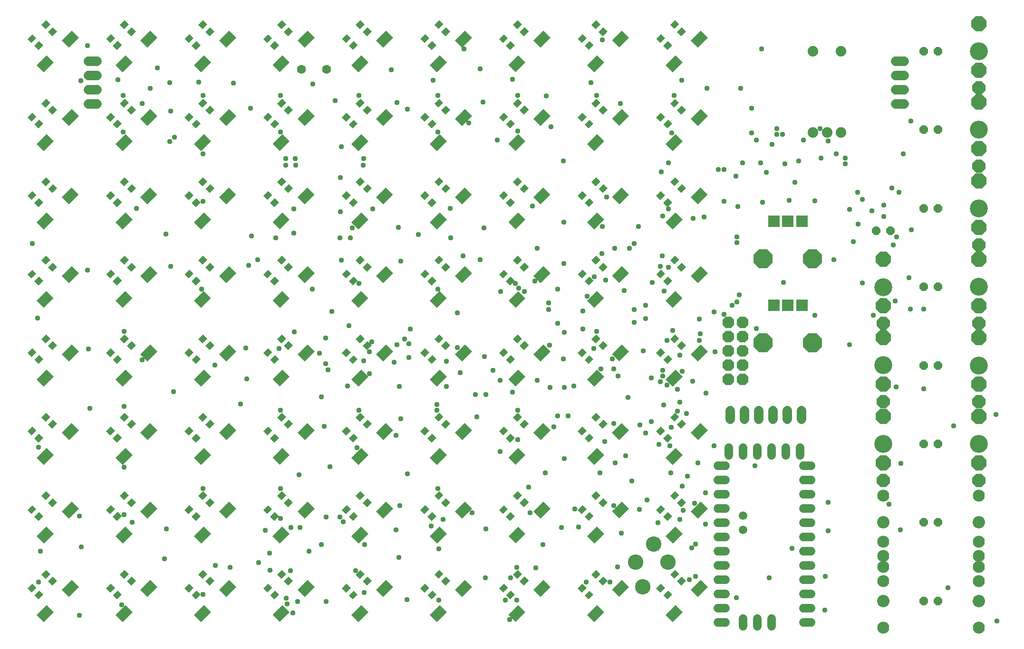
<source format=gbr>
G04 EAGLE Gerber X2 export*
%TF.Part,Single*%
%TF.FileFunction,Soldermask,Top,1*%
%TF.FilePolarity,Negative*%
%TF.GenerationSoftware,Autodesk,EAGLE,9.1.3*%
%TF.CreationDate,2018-08-22T06:47:52Z*%
G75*
%MOMM*%
%FSLAX34Y34*%
%LPD*%
%AMOC8*
5,1,8,0,0,1.08239X$1,22.5*%
G01*
%ADD10C,1.727200*%
%ADD11R,1.053200X1.203200*%
%ADD12R,2.503200X1.803200*%
%ADD13C,1.511200*%
%ADD14C,1.511200*%
%ADD15C,1.603200*%
%ADD16P,2.254402X8X112.500000*%
%ADD17R,2.082800X2.082800*%
%ADD18P,3.700908X8X292.500000*%
%ADD19C,2.133600*%
%ADD20C,2.203200*%
%ADD21P,2.969212X8X22.500000*%
%ADD22P,2.584314X8X22.500000*%
%ADD23C,3.203200*%
%ADD24P,1.649562X8X22.500000*%
%ADD25C,1.879600*%
%ADD26C,0.959600*%
%ADD27C,2.743200*%


D10*
X1387600Y388180D02*
X1387600Y403420D01*
X1362200Y403420D02*
X1362200Y388180D01*
X1336800Y388180D02*
X1336800Y403420D01*
X1311400Y403420D02*
X1311400Y388180D01*
X1286000Y388180D02*
X1286000Y403420D01*
X1260600Y403420D02*
X1260600Y388180D01*
D11*
G36*
X17038Y1074920D02*
X24485Y1067473D01*
X15978Y1058966D01*
X8531Y1066413D01*
X17038Y1074920D01*
G37*
G36*
X41787Y1099669D02*
X49234Y1092222D01*
X40727Y1083715D01*
X33280Y1091162D01*
X41787Y1099669D01*
G37*
G36*
X29413Y1062545D02*
X36860Y1055098D01*
X28353Y1046591D01*
X20906Y1054038D01*
X29413Y1062545D01*
G37*
G36*
X54162Y1087294D02*
X61609Y1079847D01*
X53102Y1071340D01*
X45655Y1078787D01*
X54162Y1087294D01*
G37*
G36*
X193102Y931340D02*
X185655Y938787D01*
X194162Y947294D01*
X201609Y939847D01*
X193102Y931340D01*
G37*
G36*
X168353Y906591D02*
X160906Y914038D01*
X169413Y922545D01*
X176860Y915098D01*
X168353Y906591D01*
G37*
G36*
X180727Y943715D02*
X173280Y951162D01*
X181787Y959669D01*
X189234Y952222D01*
X180727Y943715D01*
G37*
G36*
X155978Y918966D02*
X148531Y926413D01*
X157038Y934920D01*
X164485Y927473D01*
X155978Y918966D01*
G37*
G36*
X333102Y931340D02*
X325655Y938787D01*
X334162Y947294D01*
X341609Y939847D01*
X333102Y931340D01*
G37*
G36*
X308353Y906591D02*
X300906Y914038D01*
X309413Y922545D01*
X316860Y915098D01*
X308353Y906591D01*
G37*
G36*
X320727Y943715D02*
X313280Y951162D01*
X321787Y959669D01*
X329234Y952222D01*
X320727Y943715D01*
G37*
G36*
X295978Y918966D02*
X288531Y926413D01*
X297038Y934920D01*
X304485Y927473D01*
X295978Y918966D01*
G37*
G36*
X473102Y931340D02*
X465655Y938787D01*
X474162Y947294D01*
X481609Y939847D01*
X473102Y931340D01*
G37*
G36*
X448353Y906591D02*
X440906Y914038D01*
X449413Y922545D01*
X456860Y915098D01*
X448353Y906591D01*
G37*
G36*
X460727Y943715D02*
X453280Y951162D01*
X461787Y959669D01*
X469234Y952222D01*
X460727Y943715D01*
G37*
G36*
X435978Y918966D02*
X428531Y926413D01*
X437038Y934920D01*
X444485Y927473D01*
X435978Y918966D01*
G37*
G36*
X613102Y931340D02*
X605655Y938787D01*
X614162Y947294D01*
X621609Y939847D01*
X613102Y931340D01*
G37*
G36*
X588353Y906591D02*
X580906Y914038D01*
X589413Y922545D01*
X596860Y915098D01*
X588353Y906591D01*
G37*
G36*
X600727Y943715D02*
X593280Y951162D01*
X601787Y959669D01*
X609234Y952222D01*
X600727Y943715D01*
G37*
G36*
X575978Y918966D02*
X568531Y926413D01*
X577038Y934920D01*
X584485Y927473D01*
X575978Y918966D01*
G37*
G36*
X753102Y931340D02*
X745655Y938787D01*
X754162Y947294D01*
X761609Y939847D01*
X753102Y931340D01*
G37*
G36*
X728353Y906591D02*
X720906Y914038D01*
X729413Y922545D01*
X736860Y915098D01*
X728353Y906591D01*
G37*
G36*
X740727Y943715D02*
X733280Y951162D01*
X741787Y959669D01*
X749234Y952222D01*
X740727Y943715D01*
G37*
G36*
X715978Y918966D02*
X708531Y926413D01*
X717038Y934920D01*
X724485Y927473D01*
X715978Y918966D01*
G37*
G36*
X893102Y931340D02*
X885655Y938787D01*
X894162Y947294D01*
X901609Y939847D01*
X893102Y931340D01*
G37*
G36*
X868353Y906591D02*
X860906Y914038D01*
X869413Y922545D01*
X876860Y915098D01*
X868353Y906591D01*
G37*
G36*
X880727Y943715D02*
X873280Y951162D01*
X881787Y959669D01*
X889234Y952222D01*
X880727Y943715D01*
G37*
G36*
X855978Y918966D02*
X848531Y926413D01*
X857038Y934920D01*
X864485Y927473D01*
X855978Y918966D01*
G37*
G36*
X1033102Y931340D02*
X1025655Y938787D01*
X1034162Y947294D01*
X1041609Y939847D01*
X1033102Y931340D01*
G37*
G36*
X1008353Y906591D02*
X1000906Y914038D01*
X1009413Y922545D01*
X1016860Y915098D01*
X1008353Y906591D01*
G37*
G36*
X1020727Y943715D02*
X1013280Y951162D01*
X1021787Y959669D01*
X1029234Y952222D01*
X1020727Y943715D01*
G37*
G36*
X995978Y918966D02*
X988531Y926413D01*
X997038Y934920D01*
X1004485Y927473D01*
X995978Y918966D01*
G37*
G36*
X17038Y794920D02*
X24485Y787473D01*
X15978Y778966D01*
X8531Y786413D01*
X17038Y794920D01*
G37*
G36*
X41787Y819669D02*
X49234Y812222D01*
X40727Y803715D01*
X33280Y811162D01*
X41787Y819669D01*
G37*
G36*
X29413Y782545D02*
X36860Y775098D01*
X28353Y766591D01*
X20906Y774038D01*
X29413Y782545D01*
G37*
G36*
X54162Y807294D02*
X61609Y799847D01*
X53102Y791340D01*
X45655Y798787D01*
X54162Y807294D01*
G37*
G36*
X157038Y794920D02*
X164485Y787473D01*
X155978Y778966D01*
X148531Y786413D01*
X157038Y794920D01*
G37*
G36*
X181787Y819669D02*
X189234Y812222D01*
X180727Y803715D01*
X173280Y811162D01*
X181787Y819669D01*
G37*
G36*
X169413Y782545D02*
X176860Y775098D01*
X168353Y766591D01*
X160906Y774038D01*
X169413Y782545D01*
G37*
G36*
X194162Y807294D02*
X201609Y799847D01*
X193102Y791340D01*
X185655Y798787D01*
X194162Y807294D01*
G37*
G36*
X297038Y794920D02*
X304485Y787473D01*
X295978Y778966D01*
X288531Y786413D01*
X297038Y794920D01*
G37*
G36*
X321787Y819669D02*
X329234Y812222D01*
X320727Y803715D01*
X313280Y811162D01*
X321787Y819669D01*
G37*
G36*
X309413Y782545D02*
X316860Y775098D01*
X308353Y766591D01*
X300906Y774038D01*
X309413Y782545D01*
G37*
G36*
X334162Y807294D02*
X341609Y799847D01*
X333102Y791340D01*
X325655Y798787D01*
X334162Y807294D01*
G37*
G36*
X157038Y1074920D02*
X164485Y1067473D01*
X155978Y1058966D01*
X148531Y1066413D01*
X157038Y1074920D01*
G37*
G36*
X181787Y1099669D02*
X189234Y1092222D01*
X180727Y1083715D01*
X173280Y1091162D01*
X181787Y1099669D01*
G37*
G36*
X169413Y1062545D02*
X176860Y1055098D01*
X168353Y1046591D01*
X160906Y1054038D01*
X169413Y1062545D01*
G37*
G36*
X194162Y1087294D02*
X201609Y1079847D01*
X193102Y1071340D01*
X185655Y1078787D01*
X194162Y1087294D01*
G37*
G36*
X437038Y794920D02*
X444485Y787473D01*
X435978Y778966D01*
X428531Y786413D01*
X437038Y794920D01*
G37*
G36*
X461787Y819669D02*
X469234Y812222D01*
X460727Y803715D01*
X453280Y811162D01*
X461787Y819669D01*
G37*
G36*
X449413Y782545D02*
X456860Y775098D01*
X448353Y766591D01*
X440906Y774038D01*
X449413Y782545D01*
G37*
G36*
X474162Y807294D02*
X481609Y799847D01*
X473102Y791340D01*
X465655Y798787D01*
X474162Y807294D01*
G37*
G36*
X577038Y794920D02*
X584485Y787473D01*
X575978Y778966D01*
X568531Y786413D01*
X577038Y794920D01*
G37*
G36*
X601787Y819669D02*
X609234Y812222D01*
X600727Y803715D01*
X593280Y811162D01*
X601787Y819669D01*
G37*
G36*
X589413Y782545D02*
X596860Y775098D01*
X588353Y766591D01*
X580906Y774038D01*
X589413Y782545D01*
G37*
G36*
X614162Y807294D02*
X621609Y799847D01*
X613102Y791340D01*
X605655Y798787D01*
X614162Y807294D01*
G37*
G36*
X717038Y794920D02*
X724485Y787473D01*
X715978Y778966D01*
X708531Y786413D01*
X717038Y794920D01*
G37*
G36*
X741787Y819669D02*
X749234Y812222D01*
X740727Y803715D01*
X733280Y811162D01*
X741787Y819669D01*
G37*
G36*
X729413Y782545D02*
X736860Y775098D01*
X728353Y766591D01*
X720906Y774038D01*
X729413Y782545D01*
G37*
G36*
X754162Y807294D02*
X761609Y799847D01*
X753102Y791340D01*
X745655Y798787D01*
X754162Y807294D01*
G37*
G36*
X857038Y794920D02*
X864485Y787473D01*
X855978Y778966D01*
X848531Y786413D01*
X857038Y794920D01*
G37*
G36*
X881787Y819669D02*
X889234Y812222D01*
X880727Y803715D01*
X873280Y811162D01*
X881787Y819669D01*
G37*
G36*
X869413Y782545D02*
X876860Y775098D01*
X868353Y766591D01*
X860906Y774038D01*
X869413Y782545D01*
G37*
G36*
X894162Y807294D02*
X901609Y799847D01*
X893102Y791340D01*
X885655Y798787D01*
X894162Y807294D01*
G37*
G36*
X997038Y794920D02*
X1004485Y787473D01*
X995978Y778966D01*
X988531Y786413D01*
X997038Y794920D01*
G37*
G36*
X1021787Y819669D02*
X1029234Y812222D01*
X1020727Y803715D01*
X1013280Y811162D01*
X1021787Y819669D01*
G37*
G36*
X1009413Y782545D02*
X1016860Y775098D01*
X1008353Y766591D01*
X1000906Y774038D01*
X1009413Y782545D01*
G37*
G36*
X1034162Y807294D02*
X1041609Y799847D01*
X1033102Y791340D01*
X1025655Y798787D01*
X1034162Y807294D01*
G37*
G36*
X53102Y651340D02*
X45655Y658787D01*
X54162Y667294D01*
X61609Y659847D01*
X53102Y651340D01*
G37*
G36*
X28353Y626591D02*
X20906Y634038D01*
X29413Y642545D01*
X36860Y635098D01*
X28353Y626591D01*
G37*
G36*
X40727Y663715D02*
X33280Y671162D01*
X41787Y679669D01*
X49234Y672222D01*
X40727Y663715D01*
G37*
G36*
X15978Y638966D02*
X8531Y646413D01*
X17038Y654920D01*
X24485Y647473D01*
X15978Y638966D01*
G37*
G36*
X193102Y651340D02*
X185655Y658787D01*
X194162Y667294D01*
X201609Y659847D01*
X193102Y651340D01*
G37*
G36*
X168353Y626591D02*
X160906Y634038D01*
X169413Y642545D01*
X176860Y635098D01*
X168353Y626591D01*
G37*
G36*
X180727Y663715D02*
X173280Y671162D01*
X181787Y679669D01*
X189234Y672222D01*
X180727Y663715D01*
G37*
G36*
X155978Y638966D02*
X148531Y646413D01*
X157038Y654920D01*
X164485Y647473D01*
X155978Y638966D01*
G37*
G36*
X333102Y651340D02*
X325655Y658787D01*
X334162Y667294D01*
X341609Y659847D01*
X333102Y651340D01*
G37*
G36*
X308353Y626591D02*
X300906Y634038D01*
X309413Y642545D01*
X316860Y635098D01*
X308353Y626591D01*
G37*
G36*
X320727Y663715D02*
X313280Y671162D01*
X321787Y679669D01*
X329234Y672222D01*
X320727Y663715D01*
G37*
G36*
X295978Y638966D02*
X288531Y646413D01*
X297038Y654920D01*
X304485Y647473D01*
X295978Y638966D01*
G37*
G36*
X473102Y651340D02*
X465655Y658787D01*
X474162Y667294D01*
X481609Y659847D01*
X473102Y651340D01*
G37*
G36*
X448353Y626591D02*
X440906Y634038D01*
X449413Y642545D01*
X456860Y635098D01*
X448353Y626591D01*
G37*
G36*
X460727Y663715D02*
X453280Y671162D01*
X461787Y679669D01*
X469234Y672222D01*
X460727Y663715D01*
G37*
G36*
X435978Y638966D02*
X428531Y646413D01*
X437038Y654920D01*
X444485Y647473D01*
X435978Y638966D01*
G37*
G36*
X613102Y651340D02*
X605655Y658787D01*
X614162Y667294D01*
X621609Y659847D01*
X613102Y651340D01*
G37*
G36*
X588353Y626591D02*
X580906Y634038D01*
X589413Y642545D01*
X596860Y635098D01*
X588353Y626591D01*
G37*
G36*
X600727Y663715D02*
X593280Y671162D01*
X601787Y679669D01*
X609234Y672222D01*
X600727Y663715D01*
G37*
G36*
X575978Y638966D02*
X568531Y646413D01*
X577038Y654920D01*
X584485Y647473D01*
X575978Y638966D01*
G37*
G36*
X297038Y1074920D02*
X304485Y1067473D01*
X295978Y1058966D01*
X288531Y1066413D01*
X297038Y1074920D01*
G37*
G36*
X321787Y1099669D02*
X329234Y1092222D01*
X320727Y1083715D01*
X313280Y1091162D01*
X321787Y1099669D01*
G37*
G36*
X309413Y1062545D02*
X316860Y1055098D01*
X308353Y1046591D01*
X300906Y1054038D01*
X309413Y1062545D01*
G37*
G36*
X334162Y1087294D02*
X341609Y1079847D01*
X333102Y1071340D01*
X325655Y1078787D01*
X334162Y1087294D01*
G37*
G36*
X753102Y651340D02*
X745655Y658787D01*
X754162Y667294D01*
X761609Y659847D01*
X753102Y651340D01*
G37*
G36*
X728353Y626591D02*
X720906Y634038D01*
X729413Y642545D01*
X736860Y635098D01*
X728353Y626591D01*
G37*
G36*
X740727Y663715D02*
X733280Y671162D01*
X741787Y679669D01*
X749234Y672222D01*
X740727Y663715D01*
G37*
G36*
X715978Y638966D02*
X708531Y646413D01*
X717038Y654920D01*
X724485Y647473D01*
X715978Y638966D01*
G37*
G36*
X893102Y651340D02*
X885655Y658787D01*
X894162Y667294D01*
X901609Y659847D01*
X893102Y651340D01*
G37*
G36*
X868353Y626591D02*
X860906Y634038D01*
X869413Y642545D01*
X876860Y635098D01*
X868353Y626591D01*
G37*
G36*
X880727Y663715D02*
X873280Y671162D01*
X881787Y679669D01*
X889234Y672222D01*
X880727Y663715D01*
G37*
G36*
X855978Y638966D02*
X848531Y646413D01*
X857038Y654920D01*
X864485Y647473D01*
X855978Y638966D01*
G37*
G36*
X1033102Y651340D02*
X1025655Y658787D01*
X1034162Y667294D01*
X1041609Y659847D01*
X1033102Y651340D01*
G37*
G36*
X1008353Y626591D02*
X1000906Y634038D01*
X1009413Y642545D01*
X1016860Y635098D01*
X1008353Y626591D01*
G37*
G36*
X1020727Y663715D02*
X1013280Y671162D01*
X1021787Y679669D01*
X1029234Y672222D01*
X1020727Y663715D01*
G37*
G36*
X995978Y638966D02*
X988531Y646413D01*
X997038Y654920D01*
X1004485Y647473D01*
X995978Y638966D01*
G37*
G36*
X17038Y514920D02*
X24485Y507473D01*
X15978Y498966D01*
X8531Y506413D01*
X17038Y514920D01*
G37*
G36*
X41787Y539669D02*
X49234Y532222D01*
X40727Y523715D01*
X33280Y531162D01*
X41787Y539669D01*
G37*
G36*
X29413Y502545D02*
X36860Y495098D01*
X28353Y486591D01*
X20906Y494038D01*
X29413Y502545D01*
G37*
G36*
X54162Y527294D02*
X61609Y519847D01*
X53102Y511340D01*
X45655Y518787D01*
X54162Y527294D01*
G37*
G36*
X157038Y514920D02*
X164485Y507473D01*
X155978Y498966D01*
X148531Y506413D01*
X157038Y514920D01*
G37*
G36*
X181787Y539669D02*
X189234Y532222D01*
X180727Y523715D01*
X173280Y531162D01*
X181787Y539669D01*
G37*
G36*
X169413Y502545D02*
X176860Y495098D01*
X168353Y486591D01*
X160906Y494038D01*
X169413Y502545D01*
G37*
G36*
X194162Y527294D02*
X201609Y519847D01*
X193102Y511340D01*
X185655Y518787D01*
X194162Y527294D01*
G37*
G36*
X297038Y514920D02*
X304485Y507473D01*
X295978Y498966D01*
X288531Y506413D01*
X297038Y514920D01*
G37*
G36*
X321787Y539669D02*
X329234Y532222D01*
X320727Y523715D01*
X313280Y531162D01*
X321787Y539669D01*
G37*
G36*
X309413Y502545D02*
X316860Y495098D01*
X308353Y486591D01*
X300906Y494038D01*
X309413Y502545D01*
G37*
G36*
X334162Y527294D02*
X341609Y519847D01*
X333102Y511340D01*
X325655Y518787D01*
X334162Y527294D01*
G37*
G36*
X437038Y514920D02*
X444485Y507473D01*
X435978Y498966D01*
X428531Y506413D01*
X437038Y514920D01*
G37*
G36*
X461787Y539669D02*
X469234Y532222D01*
X460727Y523715D01*
X453280Y531162D01*
X461787Y539669D01*
G37*
G36*
X449413Y502545D02*
X456860Y495098D01*
X448353Y486591D01*
X440906Y494038D01*
X449413Y502545D01*
G37*
G36*
X474162Y527294D02*
X481609Y519847D01*
X473102Y511340D01*
X465655Y518787D01*
X474162Y527294D01*
G37*
G36*
X577038Y514920D02*
X584485Y507473D01*
X575978Y498966D01*
X568531Y506413D01*
X577038Y514920D01*
G37*
G36*
X601787Y539669D02*
X609234Y532222D01*
X600727Y523715D01*
X593280Y531162D01*
X601787Y539669D01*
G37*
G36*
X589413Y502545D02*
X596860Y495098D01*
X588353Y486591D01*
X580906Y494038D01*
X589413Y502545D01*
G37*
G36*
X614162Y527294D02*
X621609Y519847D01*
X613102Y511340D01*
X605655Y518787D01*
X614162Y527294D01*
G37*
G36*
X717038Y514920D02*
X724485Y507473D01*
X715978Y498966D01*
X708531Y506413D01*
X717038Y514920D01*
G37*
G36*
X741787Y539669D02*
X749234Y532222D01*
X740727Y523715D01*
X733280Y531162D01*
X741787Y539669D01*
G37*
G36*
X729413Y502545D02*
X736860Y495098D01*
X728353Y486591D01*
X720906Y494038D01*
X729413Y502545D01*
G37*
G36*
X754162Y527294D02*
X761609Y519847D01*
X753102Y511340D01*
X745655Y518787D01*
X754162Y527294D01*
G37*
G36*
X857038Y514920D02*
X864485Y507473D01*
X855978Y498966D01*
X848531Y506413D01*
X857038Y514920D01*
G37*
G36*
X881787Y539669D02*
X889234Y532222D01*
X880727Y523715D01*
X873280Y531162D01*
X881787Y539669D01*
G37*
G36*
X869413Y502545D02*
X876860Y495098D01*
X868353Y486591D01*
X860906Y494038D01*
X869413Y502545D01*
G37*
G36*
X894162Y527294D02*
X901609Y519847D01*
X893102Y511340D01*
X885655Y518787D01*
X894162Y527294D01*
G37*
G36*
X437038Y1074920D02*
X444485Y1067473D01*
X435978Y1058966D01*
X428531Y1066413D01*
X437038Y1074920D01*
G37*
G36*
X461787Y1099669D02*
X469234Y1092222D01*
X460727Y1083715D01*
X453280Y1091162D01*
X461787Y1099669D01*
G37*
G36*
X449413Y1062545D02*
X456860Y1055098D01*
X448353Y1046591D01*
X440906Y1054038D01*
X449413Y1062545D01*
G37*
G36*
X474162Y1087294D02*
X481609Y1079847D01*
X473102Y1071340D01*
X465655Y1078787D01*
X474162Y1087294D01*
G37*
G36*
X997038Y514920D02*
X1004485Y507473D01*
X995978Y498966D01*
X988531Y506413D01*
X997038Y514920D01*
G37*
G36*
X1021787Y539669D02*
X1029234Y532222D01*
X1020727Y523715D01*
X1013280Y531162D01*
X1021787Y539669D01*
G37*
G36*
X1009413Y502545D02*
X1016860Y495098D01*
X1008353Y486591D01*
X1000906Y494038D01*
X1009413Y502545D01*
G37*
G36*
X1034162Y527294D02*
X1041609Y519847D01*
X1033102Y511340D01*
X1025655Y518787D01*
X1034162Y527294D01*
G37*
G36*
X53102Y371340D02*
X45655Y378787D01*
X54162Y387294D01*
X61609Y379847D01*
X53102Y371340D01*
G37*
G36*
X28353Y346591D02*
X20906Y354038D01*
X29413Y362545D01*
X36860Y355098D01*
X28353Y346591D01*
G37*
G36*
X40727Y383715D02*
X33280Y391162D01*
X41787Y399669D01*
X49234Y392222D01*
X40727Y383715D01*
G37*
G36*
X15978Y358966D02*
X8531Y366413D01*
X17038Y374920D01*
X24485Y367473D01*
X15978Y358966D01*
G37*
G36*
X157038Y374920D02*
X164485Y367473D01*
X155978Y358966D01*
X148531Y366413D01*
X157038Y374920D01*
G37*
G36*
X181787Y399669D02*
X189234Y392222D01*
X180727Y383715D01*
X173280Y391162D01*
X181787Y399669D01*
G37*
G36*
X169413Y362545D02*
X176860Y355098D01*
X168353Y346591D01*
X160906Y354038D01*
X169413Y362545D01*
G37*
G36*
X194162Y387294D02*
X201609Y379847D01*
X193102Y371340D01*
X185655Y378787D01*
X194162Y387294D01*
G37*
G36*
X333102Y371340D02*
X325655Y378787D01*
X334162Y387294D01*
X341609Y379847D01*
X333102Y371340D01*
G37*
G36*
X308353Y346591D02*
X300906Y354038D01*
X309413Y362545D01*
X316860Y355098D01*
X308353Y346591D01*
G37*
G36*
X320727Y383715D02*
X313280Y391162D01*
X321787Y399669D01*
X329234Y392222D01*
X320727Y383715D01*
G37*
G36*
X295978Y358966D02*
X288531Y366413D01*
X297038Y374920D01*
X304485Y367473D01*
X295978Y358966D01*
G37*
G36*
X473102Y371340D02*
X465655Y378787D01*
X474162Y387294D01*
X481609Y379847D01*
X473102Y371340D01*
G37*
G36*
X448353Y346591D02*
X440906Y354038D01*
X449413Y362545D01*
X456860Y355098D01*
X448353Y346591D01*
G37*
G36*
X460727Y383715D02*
X453280Y391162D01*
X461787Y399669D01*
X469234Y392222D01*
X460727Y383715D01*
G37*
G36*
X435978Y358966D02*
X428531Y366413D01*
X437038Y374920D01*
X444485Y367473D01*
X435978Y358966D01*
G37*
G36*
X613102Y371340D02*
X605655Y378787D01*
X614162Y387294D01*
X621609Y379847D01*
X613102Y371340D01*
G37*
G36*
X588353Y346591D02*
X580906Y354038D01*
X589413Y362545D01*
X596860Y355098D01*
X588353Y346591D01*
G37*
G36*
X600727Y383715D02*
X593280Y391162D01*
X601787Y399669D01*
X609234Y392222D01*
X600727Y383715D01*
G37*
G36*
X575978Y358966D02*
X568531Y366413D01*
X577038Y374920D01*
X584485Y367473D01*
X575978Y358966D01*
G37*
G36*
X753102Y371340D02*
X745655Y378787D01*
X754162Y387294D01*
X761609Y379847D01*
X753102Y371340D01*
G37*
G36*
X728353Y346591D02*
X720906Y354038D01*
X729413Y362545D01*
X736860Y355098D01*
X728353Y346591D01*
G37*
G36*
X740727Y383715D02*
X733280Y391162D01*
X741787Y399669D01*
X749234Y392222D01*
X740727Y383715D01*
G37*
G36*
X715978Y358966D02*
X708531Y366413D01*
X717038Y374920D01*
X724485Y367473D01*
X715978Y358966D01*
G37*
G36*
X893102Y371340D02*
X885655Y378787D01*
X894162Y387294D01*
X901609Y379847D01*
X893102Y371340D01*
G37*
G36*
X868353Y346591D02*
X860906Y354038D01*
X869413Y362545D01*
X876860Y355098D01*
X868353Y346591D01*
G37*
G36*
X880727Y383715D02*
X873280Y391162D01*
X881787Y399669D01*
X889234Y392222D01*
X880727Y383715D01*
G37*
G36*
X855978Y358966D02*
X848531Y366413D01*
X857038Y374920D01*
X864485Y367473D01*
X855978Y358966D01*
G37*
G36*
X1033102Y371340D02*
X1025655Y378787D01*
X1034162Y387294D01*
X1041609Y379847D01*
X1033102Y371340D01*
G37*
G36*
X1008353Y346591D02*
X1000906Y354038D01*
X1009413Y362545D01*
X1016860Y355098D01*
X1008353Y346591D01*
G37*
G36*
X1020727Y383715D02*
X1013280Y391162D01*
X1021787Y399669D01*
X1029234Y392222D01*
X1020727Y383715D01*
G37*
G36*
X995978Y358966D02*
X988531Y366413D01*
X997038Y374920D01*
X1004485Y367473D01*
X995978Y358966D01*
G37*
G36*
X17038Y234920D02*
X24485Y227473D01*
X15978Y218966D01*
X8531Y226413D01*
X17038Y234920D01*
G37*
G36*
X41787Y259669D02*
X49234Y252222D01*
X40727Y243715D01*
X33280Y251162D01*
X41787Y259669D01*
G37*
G36*
X29413Y222545D02*
X36860Y215098D01*
X28353Y206591D01*
X20906Y214038D01*
X29413Y222545D01*
G37*
G36*
X54162Y247294D02*
X61609Y239847D01*
X53102Y231340D01*
X45655Y238787D01*
X54162Y247294D01*
G37*
G36*
X577038Y1074920D02*
X584485Y1067473D01*
X575978Y1058966D01*
X568531Y1066413D01*
X577038Y1074920D01*
G37*
G36*
X601787Y1099669D02*
X609234Y1092222D01*
X600727Y1083715D01*
X593280Y1091162D01*
X601787Y1099669D01*
G37*
G36*
X589413Y1062545D02*
X596860Y1055098D01*
X588353Y1046591D01*
X580906Y1054038D01*
X589413Y1062545D01*
G37*
G36*
X614162Y1087294D02*
X621609Y1079847D01*
X613102Y1071340D01*
X605655Y1078787D01*
X614162Y1087294D01*
G37*
G36*
X157038Y234920D02*
X164485Y227473D01*
X155978Y218966D01*
X148531Y226413D01*
X157038Y234920D01*
G37*
G36*
X181787Y259669D02*
X189234Y252222D01*
X180727Y243715D01*
X173280Y251162D01*
X181787Y259669D01*
G37*
G36*
X169413Y222545D02*
X176860Y215098D01*
X168353Y206591D01*
X160906Y214038D01*
X169413Y222545D01*
G37*
G36*
X194162Y247294D02*
X201609Y239847D01*
X193102Y231340D01*
X185655Y238787D01*
X194162Y247294D01*
G37*
G36*
X297038Y234920D02*
X304485Y227473D01*
X295978Y218966D01*
X288531Y226413D01*
X297038Y234920D01*
G37*
G36*
X321787Y259669D02*
X329234Y252222D01*
X320727Y243715D01*
X313280Y251162D01*
X321787Y259669D01*
G37*
G36*
X309413Y222545D02*
X316860Y215098D01*
X308353Y206591D01*
X300906Y214038D01*
X309413Y222545D01*
G37*
G36*
X334162Y247294D02*
X341609Y239847D01*
X333102Y231340D01*
X325655Y238787D01*
X334162Y247294D01*
G37*
G36*
X437038Y234920D02*
X444485Y227473D01*
X435978Y218966D01*
X428531Y226413D01*
X437038Y234920D01*
G37*
G36*
X461787Y259669D02*
X469234Y252222D01*
X460727Y243715D01*
X453280Y251162D01*
X461787Y259669D01*
G37*
G36*
X449413Y222545D02*
X456860Y215098D01*
X448353Y206591D01*
X440906Y214038D01*
X449413Y222545D01*
G37*
G36*
X474162Y247294D02*
X481609Y239847D01*
X473102Y231340D01*
X465655Y238787D01*
X474162Y247294D01*
G37*
G36*
X577038Y234920D02*
X584485Y227473D01*
X575978Y218966D01*
X568531Y226413D01*
X577038Y234920D01*
G37*
G36*
X601787Y259669D02*
X609234Y252222D01*
X600727Y243715D01*
X593280Y251162D01*
X601787Y259669D01*
G37*
G36*
X589413Y222545D02*
X596860Y215098D01*
X588353Y206591D01*
X580906Y214038D01*
X589413Y222545D01*
G37*
G36*
X614162Y247294D02*
X621609Y239847D01*
X613102Y231340D01*
X605655Y238787D01*
X614162Y247294D01*
G37*
G36*
X717038Y234920D02*
X724485Y227473D01*
X715978Y218966D01*
X708531Y226413D01*
X717038Y234920D01*
G37*
G36*
X741787Y259669D02*
X749234Y252222D01*
X740727Y243715D01*
X733280Y251162D01*
X741787Y259669D01*
G37*
G36*
X729413Y222545D02*
X736860Y215098D01*
X728353Y206591D01*
X720906Y214038D01*
X729413Y222545D01*
G37*
G36*
X754162Y247294D02*
X761609Y239847D01*
X753102Y231340D01*
X745655Y238787D01*
X754162Y247294D01*
G37*
G36*
X857038Y234920D02*
X864485Y227473D01*
X855978Y218966D01*
X848531Y226413D01*
X857038Y234920D01*
G37*
G36*
X881787Y259669D02*
X889234Y252222D01*
X880727Y243715D01*
X873280Y251162D01*
X881787Y259669D01*
G37*
G36*
X869413Y222545D02*
X876860Y215098D01*
X868353Y206591D01*
X860906Y214038D01*
X869413Y222545D01*
G37*
G36*
X894162Y247294D02*
X901609Y239847D01*
X893102Y231340D01*
X885655Y238787D01*
X894162Y247294D01*
G37*
G36*
X997038Y234920D02*
X1004485Y227473D01*
X995978Y218966D01*
X988531Y226413D01*
X997038Y234920D01*
G37*
G36*
X1021787Y259669D02*
X1029234Y252222D01*
X1020727Y243715D01*
X1013280Y251162D01*
X1021787Y259669D01*
G37*
G36*
X1009413Y222545D02*
X1016860Y215098D01*
X1008353Y206591D01*
X1000906Y214038D01*
X1009413Y222545D01*
G37*
G36*
X1034162Y247294D02*
X1041609Y239847D01*
X1033102Y231340D01*
X1025655Y238787D01*
X1034162Y247294D01*
G37*
G36*
X53102Y91340D02*
X45655Y98787D01*
X54162Y107294D01*
X61609Y99847D01*
X53102Y91340D01*
G37*
G36*
X28353Y66591D02*
X20906Y74038D01*
X29413Y82545D01*
X36860Y75098D01*
X28353Y66591D01*
G37*
G36*
X40727Y103715D02*
X33280Y111162D01*
X41787Y119669D01*
X49234Y112222D01*
X40727Y103715D01*
G37*
G36*
X15978Y78966D02*
X8531Y86413D01*
X17038Y94920D01*
X24485Y87473D01*
X15978Y78966D01*
G37*
G36*
X193102Y91340D02*
X185655Y98787D01*
X194162Y107294D01*
X201609Y99847D01*
X193102Y91340D01*
G37*
G36*
X168353Y66591D02*
X160906Y74038D01*
X169413Y82545D01*
X176860Y75098D01*
X168353Y66591D01*
G37*
G36*
X180727Y103715D02*
X173280Y111162D01*
X181787Y119669D01*
X189234Y112222D01*
X180727Y103715D01*
G37*
G36*
X155978Y78966D02*
X148531Y86413D01*
X157038Y94920D01*
X164485Y87473D01*
X155978Y78966D01*
G37*
G36*
X333102Y91340D02*
X325655Y98787D01*
X334162Y107294D01*
X341609Y99847D01*
X333102Y91340D01*
G37*
G36*
X308353Y66591D02*
X300906Y74038D01*
X309413Y82545D01*
X316860Y75098D01*
X308353Y66591D01*
G37*
G36*
X320727Y103715D02*
X313280Y111162D01*
X321787Y119669D01*
X329234Y112222D01*
X320727Y103715D01*
G37*
G36*
X295978Y78966D02*
X288531Y86413D01*
X297038Y94920D01*
X304485Y87473D01*
X295978Y78966D01*
G37*
G36*
X717038Y1074920D02*
X724485Y1067473D01*
X715978Y1058966D01*
X708531Y1066413D01*
X717038Y1074920D01*
G37*
G36*
X741787Y1099669D02*
X749234Y1092222D01*
X740727Y1083715D01*
X733280Y1091162D01*
X741787Y1099669D01*
G37*
G36*
X729413Y1062545D02*
X736860Y1055098D01*
X728353Y1046591D01*
X720906Y1054038D01*
X729413Y1062545D01*
G37*
G36*
X754162Y1087294D02*
X761609Y1079847D01*
X753102Y1071340D01*
X745655Y1078787D01*
X754162Y1087294D01*
G37*
G36*
X473102Y91340D02*
X465655Y98787D01*
X474162Y107294D01*
X481609Y99847D01*
X473102Y91340D01*
G37*
G36*
X448353Y66591D02*
X440906Y74038D01*
X449413Y82545D01*
X456860Y75098D01*
X448353Y66591D01*
G37*
G36*
X460727Y103715D02*
X453280Y111162D01*
X461787Y119669D01*
X469234Y112222D01*
X460727Y103715D01*
G37*
G36*
X435978Y78966D02*
X428531Y86413D01*
X437038Y94920D01*
X444485Y87473D01*
X435978Y78966D01*
G37*
G36*
X613102Y91340D02*
X605655Y98787D01*
X614162Y107294D01*
X621609Y99847D01*
X613102Y91340D01*
G37*
G36*
X588353Y66591D02*
X580906Y74038D01*
X589413Y82545D01*
X596860Y75098D01*
X588353Y66591D01*
G37*
G36*
X600727Y103715D02*
X593280Y111162D01*
X601787Y119669D01*
X609234Y112222D01*
X600727Y103715D01*
G37*
G36*
X575978Y78966D02*
X568531Y86413D01*
X577038Y94920D01*
X584485Y87473D01*
X575978Y78966D01*
G37*
G36*
X753102Y91340D02*
X745655Y98787D01*
X754162Y107294D01*
X761609Y99847D01*
X753102Y91340D01*
G37*
G36*
X728353Y66591D02*
X720906Y74038D01*
X729413Y82545D01*
X736860Y75098D01*
X728353Y66591D01*
G37*
G36*
X740727Y103715D02*
X733280Y111162D01*
X741787Y119669D01*
X749234Y112222D01*
X740727Y103715D01*
G37*
G36*
X715978Y78966D02*
X708531Y86413D01*
X717038Y94920D01*
X724485Y87473D01*
X715978Y78966D01*
G37*
G36*
X893102Y91340D02*
X885655Y98787D01*
X894162Y107294D01*
X901609Y99847D01*
X893102Y91340D01*
G37*
G36*
X868353Y66591D02*
X860906Y74038D01*
X869413Y82545D01*
X876860Y75098D01*
X868353Y66591D01*
G37*
G36*
X880727Y103715D02*
X873280Y111162D01*
X881787Y119669D01*
X889234Y112222D01*
X880727Y103715D01*
G37*
G36*
X855978Y78966D02*
X848531Y86413D01*
X857038Y94920D01*
X864485Y87473D01*
X855978Y78966D01*
G37*
G36*
X1033102Y91340D02*
X1025655Y98787D01*
X1034162Y107294D01*
X1041609Y99847D01*
X1033102Y91340D01*
G37*
G36*
X1008353Y66591D02*
X1000906Y74038D01*
X1009413Y82545D01*
X1016860Y75098D01*
X1008353Y66591D01*
G37*
G36*
X1020727Y103715D02*
X1013280Y111162D01*
X1021787Y119669D01*
X1029234Y112222D01*
X1020727Y103715D01*
G37*
G36*
X995978Y78966D02*
X988531Y86413D01*
X997038Y94920D01*
X1004485Y87473D01*
X995978Y78966D01*
G37*
G36*
X857038Y1074920D02*
X864485Y1067473D01*
X855978Y1058966D01*
X848531Y1066413D01*
X857038Y1074920D01*
G37*
G36*
X881787Y1099669D02*
X889234Y1092222D01*
X880727Y1083715D01*
X873280Y1091162D01*
X881787Y1099669D01*
G37*
G36*
X869413Y1062545D02*
X876860Y1055098D01*
X868353Y1046591D01*
X860906Y1054038D01*
X869413Y1062545D01*
G37*
G36*
X894162Y1087294D02*
X901609Y1079847D01*
X893102Y1071340D01*
X885655Y1078787D01*
X894162Y1087294D01*
G37*
G36*
X997038Y1074920D02*
X1004485Y1067473D01*
X995978Y1058966D01*
X988531Y1066413D01*
X997038Y1074920D01*
G37*
G36*
X1021787Y1099669D02*
X1029234Y1092222D01*
X1020727Y1083715D01*
X1013280Y1091162D01*
X1021787Y1099669D01*
G37*
G36*
X1009413Y1062545D02*
X1016860Y1055098D01*
X1008353Y1046591D01*
X1000906Y1054038D01*
X1009413Y1062545D01*
G37*
G36*
X1034162Y1087294D02*
X1041609Y1079847D01*
X1033102Y1071340D01*
X1025655Y1078787D01*
X1034162Y1087294D01*
G37*
G36*
X53102Y931340D02*
X45655Y938787D01*
X54162Y947294D01*
X61609Y939847D01*
X53102Y931340D01*
G37*
G36*
X28353Y906591D02*
X20906Y914038D01*
X29413Y922545D01*
X36860Y915098D01*
X28353Y906591D01*
G37*
G36*
X40727Y943715D02*
X33280Y951162D01*
X41787Y959669D01*
X49234Y952222D01*
X40727Y943715D01*
G37*
G36*
X15978Y918966D02*
X8531Y926413D01*
X17038Y934920D01*
X24485Y927473D01*
X15978Y918966D01*
G37*
D12*
G36*
X25361Y1019212D02*
X43060Y1036911D01*
X55811Y1024160D01*
X38112Y1006461D01*
X25361Y1019212D01*
G37*
G36*
X69909Y1063760D02*
X87608Y1081459D01*
X100359Y1068708D01*
X82660Y1051009D01*
X69909Y1063760D01*
G37*
G36*
X165361Y879212D02*
X183060Y896911D01*
X195811Y884160D01*
X178112Y866461D01*
X165361Y879212D01*
G37*
G36*
X209909Y923760D02*
X227608Y941459D01*
X240359Y928708D01*
X222660Y911009D01*
X209909Y923760D01*
G37*
G36*
X305361Y879212D02*
X323060Y896911D01*
X335811Y884160D01*
X318112Y866461D01*
X305361Y879212D01*
G37*
G36*
X349909Y923760D02*
X367608Y941459D01*
X380359Y928708D01*
X362660Y911009D01*
X349909Y923760D01*
G37*
G36*
X445361Y879212D02*
X463060Y896911D01*
X475811Y884160D01*
X458112Y866461D01*
X445361Y879212D01*
G37*
G36*
X489909Y923760D02*
X507608Y941459D01*
X520359Y928708D01*
X502660Y911009D01*
X489909Y923760D01*
G37*
G36*
X585361Y879212D02*
X603060Y896911D01*
X615811Y884160D01*
X598112Y866461D01*
X585361Y879212D01*
G37*
G36*
X629909Y923760D02*
X647608Y941459D01*
X660359Y928708D01*
X642660Y911009D01*
X629909Y923760D01*
G37*
G36*
X725361Y879212D02*
X743060Y896911D01*
X755811Y884160D01*
X738112Y866461D01*
X725361Y879212D01*
G37*
G36*
X769909Y923760D02*
X787608Y941459D01*
X800359Y928708D01*
X782660Y911009D01*
X769909Y923760D01*
G37*
G36*
X865361Y879212D02*
X883060Y896911D01*
X895811Y884160D01*
X878112Y866461D01*
X865361Y879212D01*
G37*
G36*
X909909Y923760D02*
X927608Y941459D01*
X940359Y928708D01*
X922660Y911009D01*
X909909Y923760D01*
G37*
G36*
X1005361Y879212D02*
X1023060Y896911D01*
X1035811Y884160D01*
X1018112Y866461D01*
X1005361Y879212D01*
G37*
G36*
X1049909Y923760D02*
X1067608Y941459D01*
X1080359Y928708D01*
X1062660Y911009D01*
X1049909Y923760D01*
G37*
G36*
X25361Y739212D02*
X43060Y756911D01*
X55811Y744160D01*
X38112Y726461D01*
X25361Y739212D01*
G37*
G36*
X69909Y783760D02*
X87608Y801459D01*
X100359Y788708D01*
X82660Y771009D01*
X69909Y783760D01*
G37*
G36*
X165361Y739212D02*
X183060Y756911D01*
X195811Y744160D01*
X178112Y726461D01*
X165361Y739212D01*
G37*
G36*
X209909Y783760D02*
X227608Y801459D01*
X240359Y788708D01*
X222660Y771009D01*
X209909Y783760D01*
G37*
G36*
X305361Y739212D02*
X323060Y756911D01*
X335811Y744160D01*
X318112Y726461D01*
X305361Y739212D01*
G37*
G36*
X349909Y783760D02*
X367608Y801459D01*
X380359Y788708D01*
X362660Y771009D01*
X349909Y783760D01*
G37*
G36*
X165361Y1019212D02*
X183060Y1036911D01*
X195811Y1024160D01*
X178112Y1006461D01*
X165361Y1019212D01*
G37*
G36*
X209909Y1063760D02*
X227608Y1081459D01*
X240359Y1068708D01*
X222660Y1051009D01*
X209909Y1063760D01*
G37*
G36*
X445361Y739212D02*
X463060Y756911D01*
X475811Y744160D01*
X458112Y726461D01*
X445361Y739212D01*
G37*
G36*
X489909Y783760D02*
X507608Y801459D01*
X520359Y788708D01*
X502660Y771009D01*
X489909Y783760D01*
G37*
G36*
X585361Y739212D02*
X603060Y756911D01*
X615811Y744160D01*
X598112Y726461D01*
X585361Y739212D01*
G37*
G36*
X629909Y783760D02*
X647608Y801459D01*
X660359Y788708D01*
X642660Y771009D01*
X629909Y783760D01*
G37*
G36*
X725361Y739212D02*
X743060Y756911D01*
X755811Y744160D01*
X738112Y726461D01*
X725361Y739212D01*
G37*
G36*
X769909Y783760D02*
X787608Y801459D01*
X800359Y788708D01*
X782660Y771009D01*
X769909Y783760D01*
G37*
G36*
X865361Y739212D02*
X883060Y756911D01*
X895811Y744160D01*
X878112Y726461D01*
X865361Y739212D01*
G37*
G36*
X909909Y783760D02*
X927608Y801459D01*
X940359Y788708D01*
X922660Y771009D01*
X909909Y783760D01*
G37*
G36*
X1005361Y739212D02*
X1023060Y756911D01*
X1035811Y744160D01*
X1018112Y726461D01*
X1005361Y739212D01*
G37*
G36*
X1049909Y783760D02*
X1067608Y801459D01*
X1080359Y788708D01*
X1062660Y771009D01*
X1049909Y783760D01*
G37*
G36*
X25361Y599212D02*
X43060Y616911D01*
X55811Y604160D01*
X38112Y586461D01*
X25361Y599212D01*
G37*
G36*
X69909Y643760D02*
X87608Y661459D01*
X100359Y648708D01*
X82660Y631009D01*
X69909Y643760D01*
G37*
G36*
X165361Y599212D02*
X183060Y616911D01*
X195811Y604160D01*
X178112Y586461D01*
X165361Y599212D01*
G37*
G36*
X209909Y643760D02*
X227608Y661459D01*
X240359Y648708D01*
X222660Y631009D01*
X209909Y643760D01*
G37*
G36*
X305361Y599212D02*
X323060Y616911D01*
X335811Y604160D01*
X318112Y586461D01*
X305361Y599212D01*
G37*
G36*
X349909Y643760D02*
X367608Y661459D01*
X380359Y648708D01*
X362660Y631009D01*
X349909Y643760D01*
G37*
G36*
X445361Y599212D02*
X463060Y616911D01*
X475811Y604160D01*
X458112Y586461D01*
X445361Y599212D01*
G37*
G36*
X489909Y643760D02*
X507608Y661459D01*
X520359Y648708D01*
X502660Y631009D01*
X489909Y643760D01*
G37*
G36*
X585361Y599212D02*
X603060Y616911D01*
X615811Y604160D01*
X598112Y586461D01*
X585361Y599212D01*
G37*
G36*
X629909Y643760D02*
X647608Y661459D01*
X660359Y648708D01*
X642660Y631009D01*
X629909Y643760D01*
G37*
G36*
X305361Y1019212D02*
X323060Y1036911D01*
X335811Y1024160D01*
X318112Y1006461D01*
X305361Y1019212D01*
G37*
G36*
X349909Y1063760D02*
X367608Y1081459D01*
X380359Y1068708D01*
X362660Y1051009D01*
X349909Y1063760D01*
G37*
G36*
X725361Y599212D02*
X743060Y616911D01*
X755811Y604160D01*
X738112Y586461D01*
X725361Y599212D01*
G37*
G36*
X769909Y643760D02*
X787608Y661459D01*
X800359Y648708D01*
X782660Y631009D01*
X769909Y643760D01*
G37*
G36*
X865361Y599212D02*
X883060Y616911D01*
X895811Y604160D01*
X878112Y586461D01*
X865361Y599212D01*
G37*
G36*
X909909Y643760D02*
X927608Y661459D01*
X940359Y648708D01*
X922660Y631009D01*
X909909Y643760D01*
G37*
G36*
X1005361Y599212D02*
X1023060Y616911D01*
X1035811Y604160D01*
X1018112Y586461D01*
X1005361Y599212D01*
G37*
G36*
X1049909Y643760D02*
X1067608Y661459D01*
X1080359Y648708D01*
X1062660Y631009D01*
X1049909Y643760D01*
G37*
G36*
X25361Y459212D02*
X43060Y476911D01*
X55811Y464160D01*
X38112Y446461D01*
X25361Y459212D01*
G37*
G36*
X69909Y503760D02*
X87608Y521459D01*
X100359Y508708D01*
X82660Y491009D01*
X69909Y503760D01*
G37*
G36*
X165361Y459212D02*
X183060Y476911D01*
X195811Y464160D01*
X178112Y446461D01*
X165361Y459212D01*
G37*
G36*
X209909Y503760D02*
X227608Y521459D01*
X240359Y508708D01*
X222660Y491009D01*
X209909Y503760D01*
G37*
G36*
X305361Y459212D02*
X323060Y476911D01*
X335811Y464160D01*
X318112Y446461D01*
X305361Y459212D01*
G37*
G36*
X349909Y503760D02*
X367608Y521459D01*
X380359Y508708D01*
X362660Y491009D01*
X349909Y503760D01*
G37*
G36*
X445361Y459212D02*
X463060Y476911D01*
X475811Y464160D01*
X458112Y446461D01*
X445361Y459212D01*
G37*
G36*
X489909Y503760D02*
X507608Y521459D01*
X520359Y508708D01*
X502660Y491009D01*
X489909Y503760D01*
G37*
G36*
X585361Y459212D02*
X603060Y476911D01*
X615811Y464160D01*
X598112Y446461D01*
X585361Y459212D01*
G37*
G36*
X629909Y503760D02*
X647608Y521459D01*
X660359Y508708D01*
X642660Y491009D01*
X629909Y503760D01*
G37*
G36*
X725361Y459212D02*
X743060Y476911D01*
X755811Y464160D01*
X738112Y446461D01*
X725361Y459212D01*
G37*
G36*
X769909Y503760D02*
X787608Y521459D01*
X800359Y508708D01*
X782660Y491009D01*
X769909Y503760D01*
G37*
G36*
X865361Y459212D02*
X883060Y476911D01*
X895811Y464160D01*
X878112Y446461D01*
X865361Y459212D01*
G37*
G36*
X909909Y503760D02*
X927608Y521459D01*
X940359Y508708D01*
X922660Y491009D01*
X909909Y503760D01*
G37*
G36*
X445361Y1019212D02*
X463060Y1036911D01*
X475811Y1024160D01*
X458112Y1006461D01*
X445361Y1019212D01*
G37*
G36*
X489909Y1063760D02*
X507608Y1081459D01*
X520359Y1068708D01*
X502660Y1051009D01*
X489909Y1063760D01*
G37*
G36*
X1005361Y459212D02*
X1023060Y476911D01*
X1035811Y464160D01*
X1018112Y446461D01*
X1005361Y459212D01*
G37*
G36*
X1049909Y503760D02*
X1067608Y521459D01*
X1080359Y508708D01*
X1062660Y491009D01*
X1049909Y503760D01*
G37*
G36*
X25361Y319212D02*
X43060Y336911D01*
X55811Y324160D01*
X38112Y306461D01*
X25361Y319212D01*
G37*
G36*
X69909Y363760D02*
X87608Y381459D01*
X100359Y368708D01*
X82660Y351009D01*
X69909Y363760D01*
G37*
G36*
X165361Y319212D02*
X183060Y336911D01*
X195811Y324160D01*
X178112Y306461D01*
X165361Y319212D01*
G37*
G36*
X209909Y363760D02*
X227608Y381459D01*
X240359Y368708D01*
X222660Y351009D01*
X209909Y363760D01*
G37*
G36*
X305361Y319212D02*
X323060Y336911D01*
X335811Y324160D01*
X318112Y306461D01*
X305361Y319212D01*
G37*
G36*
X349909Y363760D02*
X367608Y381459D01*
X380359Y368708D01*
X362660Y351009D01*
X349909Y363760D01*
G37*
G36*
X445361Y319212D02*
X463060Y336911D01*
X475811Y324160D01*
X458112Y306461D01*
X445361Y319212D01*
G37*
G36*
X489909Y363760D02*
X507608Y381459D01*
X520359Y368708D01*
X502660Y351009D01*
X489909Y363760D01*
G37*
G36*
X585361Y319212D02*
X603060Y336911D01*
X615811Y324160D01*
X598112Y306461D01*
X585361Y319212D01*
G37*
G36*
X629909Y363760D02*
X647608Y381459D01*
X660359Y368708D01*
X642660Y351009D01*
X629909Y363760D01*
G37*
G36*
X725361Y319212D02*
X743060Y336911D01*
X755811Y324160D01*
X738112Y306461D01*
X725361Y319212D01*
G37*
G36*
X769909Y363760D02*
X787608Y381459D01*
X800359Y368708D01*
X782660Y351009D01*
X769909Y363760D01*
G37*
G36*
X865361Y319212D02*
X883060Y336911D01*
X895811Y324160D01*
X878112Y306461D01*
X865361Y319212D01*
G37*
G36*
X909909Y363760D02*
X927608Y381459D01*
X940359Y368708D01*
X922660Y351009D01*
X909909Y363760D01*
G37*
G36*
X1005361Y319212D02*
X1023060Y336911D01*
X1035811Y324160D01*
X1018112Y306461D01*
X1005361Y319212D01*
G37*
G36*
X1049909Y363760D02*
X1067608Y381459D01*
X1080359Y368708D01*
X1062660Y351009D01*
X1049909Y363760D01*
G37*
G36*
X25361Y179212D02*
X43060Y196911D01*
X55811Y184160D01*
X38112Y166461D01*
X25361Y179212D01*
G37*
G36*
X69909Y223760D02*
X87608Y241459D01*
X100359Y228708D01*
X82660Y211009D01*
X69909Y223760D01*
G37*
G36*
X585361Y1019212D02*
X603060Y1036911D01*
X615811Y1024160D01*
X598112Y1006461D01*
X585361Y1019212D01*
G37*
G36*
X629909Y1063760D02*
X647608Y1081459D01*
X660359Y1068708D01*
X642660Y1051009D01*
X629909Y1063760D01*
G37*
G36*
X165361Y179212D02*
X183060Y196911D01*
X195811Y184160D01*
X178112Y166461D01*
X165361Y179212D01*
G37*
G36*
X209909Y223760D02*
X227608Y241459D01*
X240359Y228708D01*
X222660Y211009D01*
X209909Y223760D01*
G37*
G36*
X305361Y179212D02*
X323060Y196911D01*
X335811Y184160D01*
X318112Y166461D01*
X305361Y179212D01*
G37*
G36*
X349909Y223760D02*
X367608Y241459D01*
X380359Y228708D01*
X362660Y211009D01*
X349909Y223760D01*
G37*
G36*
X445361Y179212D02*
X463060Y196911D01*
X475811Y184160D01*
X458112Y166461D01*
X445361Y179212D01*
G37*
G36*
X489909Y223760D02*
X507608Y241459D01*
X520359Y228708D01*
X502660Y211009D01*
X489909Y223760D01*
G37*
G36*
X585361Y179212D02*
X603060Y196911D01*
X615811Y184160D01*
X598112Y166461D01*
X585361Y179212D01*
G37*
G36*
X629909Y223760D02*
X647608Y241459D01*
X660359Y228708D01*
X642660Y211009D01*
X629909Y223760D01*
G37*
G36*
X725361Y179212D02*
X743060Y196911D01*
X755811Y184160D01*
X738112Y166461D01*
X725361Y179212D01*
G37*
G36*
X769909Y223760D02*
X787608Y241459D01*
X800359Y228708D01*
X782660Y211009D01*
X769909Y223760D01*
G37*
G36*
X865361Y179212D02*
X883060Y196911D01*
X895811Y184160D01*
X878112Y166461D01*
X865361Y179212D01*
G37*
G36*
X909909Y223760D02*
X927608Y241459D01*
X940359Y228708D01*
X922660Y211009D01*
X909909Y223760D01*
G37*
G36*
X1005361Y179212D02*
X1023060Y196911D01*
X1035811Y184160D01*
X1018112Y166461D01*
X1005361Y179212D01*
G37*
G36*
X1049909Y223760D02*
X1067608Y241459D01*
X1080359Y228708D01*
X1062660Y211009D01*
X1049909Y223760D01*
G37*
G36*
X25361Y39212D02*
X43060Y56911D01*
X55811Y44160D01*
X38112Y26461D01*
X25361Y39212D01*
G37*
G36*
X69909Y83760D02*
X87608Y101459D01*
X100359Y88708D01*
X82660Y71009D01*
X69909Y83760D01*
G37*
G36*
X165361Y39212D02*
X183060Y56911D01*
X195811Y44160D01*
X178112Y26461D01*
X165361Y39212D01*
G37*
G36*
X209909Y83760D02*
X227608Y101459D01*
X240359Y88708D01*
X222660Y71009D01*
X209909Y83760D01*
G37*
G36*
X305361Y39212D02*
X323060Y56911D01*
X335811Y44160D01*
X318112Y26461D01*
X305361Y39212D01*
G37*
G36*
X349909Y83760D02*
X367608Y101459D01*
X380359Y88708D01*
X362660Y71009D01*
X349909Y83760D01*
G37*
G36*
X725361Y1019212D02*
X743060Y1036911D01*
X755811Y1024160D01*
X738112Y1006461D01*
X725361Y1019212D01*
G37*
G36*
X769909Y1063760D02*
X787608Y1081459D01*
X800359Y1068708D01*
X782660Y1051009D01*
X769909Y1063760D01*
G37*
G36*
X445361Y39212D02*
X463060Y56911D01*
X475811Y44160D01*
X458112Y26461D01*
X445361Y39212D01*
G37*
G36*
X489909Y83760D02*
X507608Y101459D01*
X520359Y88708D01*
X502660Y71009D01*
X489909Y83760D01*
G37*
G36*
X585361Y39212D02*
X603060Y56911D01*
X615811Y44160D01*
X598112Y26461D01*
X585361Y39212D01*
G37*
G36*
X629909Y83760D02*
X647608Y101459D01*
X660359Y88708D01*
X642660Y71009D01*
X629909Y83760D01*
G37*
G36*
X725361Y39212D02*
X743060Y56911D01*
X755811Y44160D01*
X738112Y26461D01*
X725361Y39212D01*
G37*
G36*
X769909Y83760D02*
X787608Y101459D01*
X800359Y88708D01*
X782660Y71009D01*
X769909Y83760D01*
G37*
G36*
X865361Y39212D02*
X883060Y56911D01*
X895811Y44160D01*
X878112Y26461D01*
X865361Y39212D01*
G37*
G36*
X909909Y83760D02*
X927608Y101459D01*
X940359Y88708D01*
X922660Y71009D01*
X909909Y83760D01*
G37*
G36*
X1005361Y39212D02*
X1023060Y56911D01*
X1035811Y44160D01*
X1018112Y26461D01*
X1005361Y39212D01*
G37*
G36*
X1049909Y83760D02*
X1067608Y101459D01*
X1080359Y88708D01*
X1062660Y71009D01*
X1049909Y83760D01*
G37*
G36*
X865361Y1019212D02*
X883060Y1036911D01*
X895811Y1024160D01*
X878112Y1006461D01*
X865361Y1019212D01*
G37*
G36*
X909909Y1063760D02*
X927608Y1081459D01*
X940359Y1068708D01*
X922660Y1051009D01*
X909909Y1063760D01*
G37*
G36*
X1005361Y1019212D02*
X1023060Y1036911D01*
X1035811Y1024160D01*
X1018112Y1006461D01*
X1005361Y1019212D01*
G37*
G36*
X1049909Y1063760D02*
X1067608Y1081459D01*
X1080359Y1068708D01*
X1062660Y1051009D01*
X1049909Y1063760D01*
G37*
G36*
X25361Y879212D02*
X43060Y896911D01*
X55811Y884160D01*
X38112Y866461D01*
X25361Y879212D01*
G37*
G36*
X69909Y923760D02*
X87608Y941459D01*
X100359Y928708D01*
X82660Y911009D01*
X69909Y923760D01*
G37*
D13*
X1384900Y336740D02*
X1384900Y323660D01*
X1359500Y323660D02*
X1359500Y336740D01*
X1334100Y336740D02*
X1334100Y323660D01*
X1308700Y323660D02*
X1308700Y336740D01*
X1283300Y336740D02*
X1283300Y323660D01*
X1257900Y323660D02*
X1257900Y336740D01*
X1391060Y304800D02*
X1404140Y304800D01*
X1404140Y279400D02*
X1391060Y279400D01*
X1391060Y254000D02*
X1404140Y254000D01*
X1404140Y228600D02*
X1391060Y228600D01*
X1391060Y203200D02*
X1404140Y203200D01*
X1404140Y177800D02*
X1391060Y177800D01*
X1391060Y152400D02*
X1404140Y152400D01*
X1404140Y127000D02*
X1391060Y127000D01*
X1391060Y101600D02*
X1404140Y101600D01*
X1404140Y76200D02*
X1391060Y76200D01*
X1391060Y50800D02*
X1404140Y50800D01*
X1404140Y25400D02*
X1391060Y25400D01*
X1251740Y304800D02*
X1238660Y304800D01*
X1238660Y279400D02*
X1251740Y279400D01*
X1251740Y254000D02*
X1238660Y254000D01*
X1238660Y228600D02*
X1251740Y228600D01*
X1251740Y203200D02*
X1238660Y203200D01*
X1238660Y177800D02*
X1251740Y177800D01*
X1251740Y152400D02*
X1238660Y152400D01*
X1238660Y127000D02*
X1251740Y127000D01*
X1251740Y101600D02*
X1238660Y101600D01*
X1238660Y76200D02*
X1251740Y76200D01*
X1251740Y50800D02*
X1238660Y50800D01*
X1238660Y25400D02*
X1251740Y25400D01*
X1283300Y31940D02*
X1283300Y18860D01*
X1308700Y18860D02*
X1308700Y31940D01*
X1334100Y31940D02*
X1334100Y18860D01*
D14*
X1283300Y215900D03*
X1283300Y190500D03*
D15*
X496400Y1011800D03*
X541400Y1011800D03*
D16*
X1257300Y459200D03*
X1282700Y459200D03*
X1257300Y484600D03*
X1282700Y484600D03*
X1257300Y510000D03*
X1282700Y510000D03*
X1257300Y535400D03*
X1282700Y535400D03*
X1257300Y560800D03*
X1282700Y560800D03*
D17*
X1337860Y590960D03*
X1362860Y590960D03*
X1387860Y590960D03*
D18*
X1318860Y523960D03*
X1406860Y523960D03*
D17*
X1337860Y740960D03*
X1362860Y740960D03*
X1387860Y740960D03*
D18*
X1318860Y673960D03*
X1406860Y673960D03*
D19*
X1702860Y169035D03*
X1702860Y251585D03*
X1702860Y143635D03*
D20*
X1702860Y203960D03*
D19*
X1702860Y98885D03*
X1702860Y16335D03*
X1702860Y124285D03*
D20*
X1702860Y63960D03*
D21*
X1702860Y450160D03*
X1702860Y533160D03*
D22*
X1702860Y418960D03*
D23*
X1702860Y483960D03*
D21*
X1702860Y310160D03*
X1702860Y393160D03*
D22*
X1702860Y278960D03*
D23*
X1702860Y343960D03*
D21*
X1702860Y730160D03*
X1702860Y813160D03*
D22*
X1702860Y698960D03*
D23*
X1702860Y763960D03*
D21*
X1702860Y590160D03*
X1702860Y673160D03*
D22*
X1702860Y558960D03*
D23*
X1702860Y623960D03*
D21*
X1702860Y1010160D03*
X1702860Y1093160D03*
D22*
X1702860Y978960D03*
D23*
X1702860Y1043960D03*
D21*
X1702860Y870160D03*
X1702860Y953160D03*
D22*
X1702860Y838960D03*
D23*
X1702860Y903960D03*
D12*
G36*
X1145361Y1019212D02*
X1163060Y1036911D01*
X1175811Y1024160D01*
X1158112Y1006461D01*
X1145361Y1019212D01*
G37*
G36*
X1189909Y1063760D02*
X1207608Y1081459D01*
X1220359Y1068708D01*
X1202660Y1051009D01*
X1189909Y1063760D01*
G37*
G36*
X1145361Y879212D02*
X1163060Y896911D01*
X1175811Y884160D01*
X1158112Y866461D01*
X1145361Y879212D01*
G37*
G36*
X1189909Y923760D02*
X1207608Y941459D01*
X1220359Y928708D01*
X1202660Y911009D01*
X1189909Y923760D01*
G37*
G36*
X1145361Y739212D02*
X1163060Y756911D01*
X1175811Y744160D01*
X1158112Y726461D01*
X1145361Y739212D01*
G37*
G36*
X1189909Y783760D02*
X1207608Y801459D01*
X1220359Y788708D01*
X1202660Y771009D01*
X1189909Y783760D01*
G37*
G36*
X1145361Y599212D02*
X1163060Y616911D01*
X1175811Y604160D01*
X1158112Y586461D01*
X1145361Y599212D01*
G37*
G36*
X1189909Y643760D02*
X1207608Y661459D01*
X1220359Y648708D01*
X1202660Y631009D01*
X1189909Y643760D01*
G37*
G36*
X1145361Y459212D02*
X1163060Y476911D01*
X1175811Y464160D01*
X1158112Y446461D01*
X1145361Y459212D01*
G37*
G36*
X1189909Y503760D02*
X1207608Y521459D01*
X1220359Y508708D01*
X1202660Y491009D01*
X1189909Y503760D01*
G37*
G36*
X1145361Y319212D02*
X1163060Y336911D01*
X1175811Y324160D01*
X1158112Y306461D01*
X1145361Y319212D01*
G37*
G36*
X1189909Y363760D02*
X1207608Y381459D01*
X1220359Y368708D01*
X1202660Y351009D01*
X1189909Y363760D01*
G37*
G36*
X1145361Y179212D02*
X1163060Y196911D01*
X1175811Y184160D01*
X1158112Y166461D01*
X1145361Y179212D01*
G37*
G36*
X1189909Y223760D02*
X1207608Y241459D01*
X1220359Y228708D01*
X1202660Y211009D01*
X1189909Y223760D01*
G37*
G36*
X1145361Y39212D02*
X1163060Y56911D01*
X1175811Y44160D01*
X1158112Y26461D01*
X1145361Y39212D01*
G37*
G36*
X1189909Y83760D02*
X1207608Y101459D01*
X1220359Y88708D01*
X1202660Y71009D01*
X1189909Y83760D01*
G37*
D11*
G36*
X1137038Y1074920D02*
X1144485Y1067473D01*
X1135978Y1058966D01*
X1128531Y1066413D01*
X1137038Y1074920D01*
G37*
G36*
X1161787Y1099669D02*
X1169234Y1092222D01*
X1160727Y1083715D01*
X1153280Y1091162D01*
X1161787Y1099669D01*
G37*
G36*
X1149413Y1062545D02*
X1156860Y1055098D01*
X1148353Y1046591D01*
X1140906Y1054038D01*
X1149413Y1062545D01*
G37*
G36*
X1174162Y1087294D02*
X1181609Y1079847D01*
X1173102Y1071340D01*
X1165655Y1078787D01*
X1174162Y1087294D01*
G37*
G36*
X1137038Y934920D02*
X1144485Y927473D01*
X1135978Y918966D01*
X1128531Y926413D01*
X1137038Y934920D01*
G37*
G36*
X1161787Y959669D02*
X1169234Y952222D01*
X1160727Y943715D01*
X1153280Y951162D01*
X1161787Y959669D01*
G37*
G36*
X1149413Y922545D02*
X1156860Y915098D01*
X1148353Y906591D01*
X1140906Y914038D01*
X1149413Y922545D01*
G37*
G36*
X1174162Y947294D02*
X1181609Y939847D01*
X1173102Y931340D01*
X1165655Y938787D01*
X1174162Y947294D01*
G37*
G36*
X1137038Y794920D02*
X1144485Y787473D01*
X1135978Y778966D01*
X1128531Y786413D01*
X1137038Y794920D01*
G37*
G36*
X1161787Y819669D02*
X1169234Y812222D01*
X1160727Y803715D01*
X1153280Y811162D01*
X1161787Y819669D01*
G37*
G36*
X1149413Y782545D02*
X1156860Y775098D01*
X1148353Y766591D01*
X1140906Y774038D01*
X1149413Y782545D01*
G37*
G36*
X1174162Y807294D02*
X1181609Y799847D01*
X1173102Y791340D01*
X1165655Y798787D01*
X1174162Y807294D01*
G37*
G36*
X1137038Y654920D02*
X1144485Y647473D01*
X1135978Y638966D01*
X1128531Y646413D01*
X1137038Y654920D01*
G37*
G36*
X1161787Y679669D02*
X1169234Y672222D01*
X1160727Y663715D01*
X1153280Y671162D01*
X1161787Y679669D01*
G37*
G36*
X1149413Y642545D02*
X1156860Y635098D01*
X1148353Y626591D01*
X1140906Y634038D01*
X1149413Y642545D01*
G37*
G36*
X1174162Y667294D02*
X1181609Y659847D01*
X1173102Y651340D01*
X1165655Y658787D01*
X1174162Y667294D01*
G37*
G36*
X1137038Y514920D02*
X1144485Y507473D01*
X1135978Y498966D01*
X1128531Y506413D01*
X1137038Y514920D01*
G37*
G36*
X1161787Y539669D02*
X1169234Y532222D01*
X1160727Y523715D01*
X1153280Y531162D01*
X1161787Y539669D01*
G37*
G36*
X1149413Y502545D02*
X1156860Y495098D01*
X1148353Y486591D01*
X1140906Y494038D01*
X1149413Y502545D01*
G37*
G36*
X1174162Y527294D02*
X1181609Y519847D01*
X1173102Y511340D01*
X1165655Y518787D01*
X1174162Y527294D01*
G37*
G36*
X1137038Y374920D02*
X1144485Y367473D01*
X1135978Y358966D01*
X1128531Y366413D01*
X1137038Y374920D01*
G37*
G36*
X1161787Y399669D02*
X1169234Y392222D01*
X1160727Y383715D01*
X1153280Y391162D01*
X1161787Y399669D01*
G37*
G36*
X1149413Y362545D02*
X1156860Y355098D01*
X1148353Y346591D01*
X1140906Y354038D01*
X1149413Y362545D01*
G37*
G36*
X1174162Y387294D02*
X1181609Y379847D01*
X1173102Y371340D01*
X1165655Y378787D01*
X1174162Y387294D01*
G37*
G36*
X1137038Y234920D02*
X1144485Y227473D01*
X1135978Y218966D01*
X1128531Y226413D01*
X1137038Y234920D01*
G37*
G36*
X1161787Y259669D02*
X1169234Y252222D01*
X1160727Y243715D01*
X1153280Y251162D01*
X1161787Y259669D01*
G37*
G36*
X1149413Y222545D02*
X1156860Y215098D01*
X1148353Y206591D01*
X1140906Y214038D01*
X1149413Y222545D01*
G37*
G36*
X1174162Y247294D02*
X1181609Y239847D01*
X1173102Y231340D01*
X1165655Y238787D01*
X1174162Y247294D01*
G37*
G36*
X1137038Y94920D02*
X1144485Y87473D01*
X1135978Y78966D01*
X1128531Y86413D01*
X1137038Y94920D01*
G37*
G36*
X1161787Y119669D02*
X1169234Y112222D01*
X1160727Y103715D01*
X1153280Y111162D01*
X1161787Y119669D01*
G37*
G36*
X1149413Y82545D02*
X1156860Y75098D01*
X1148353Y66591D01*
X1140906Y74038D01*
X1149413Y82545D01*
G37*
G36*
X1174162Y107294D02*
X1181609Y99847D01*
X1173102Y91340D01*
X1165655Y98787D01*
X1174162Y107294D01*
G37*
D24*
X1605160Y623960D03*
X1630560Y623960D03*
X1605160Y763960D03*
X1630560Y763960D03*
X1605160Y903960D03*
X1630560Y903960D03*
X1605160Y1043960D03*
X1630560Y1043960D03*
X1605160Y483960D03*
X1630560Y483960D03*
X1605160Y343960D03*
X1630560Y343960D03*
X1605160Y203960D03*
X1630560Y203960D03*
X1605160Y63960D03*
X1630560Y63960D03*
D19*
X1532840Y98885D03*
X1532840Y16335D03*
X1532840Y124285D03*
D20*
X1532840Y63960D03*
D19*
X1532840Y169035D03*
X1532840Y251585D03*
X1532840Y143635D03*
D20*
X1532840Y203960D03*
D21*
X1532840Y310160D03*
X1532840Y393160D03*
D22*
X1532840Y278960D03*
D23*
X1532840Y343960D03*
D21*
X1532840Y589860D03*
X1532840Y672860D03*
D22*
X1532840Y558660D03*
D23*
X1532840Y623660D03*
D21*
X1532840Y450460D03*
X1532840Y533460D03*
D22*
X1532840Y419260D03*
D23*
X1532840Y484260D03*
D24*
X1520140Y723960D03*
X1545540Y723960D03*
D25*
X1407860Y898960D03*
X1432860Y898960D03*
X1457860Y898960D03*
X1407860Y1043960D03*
X1457860Y1043960D03*
D10*
X132588Y949960D02*
X117348Y949960D01*
X117348Y975360D02*
X132588Y975360D01*
X132588Y1000760D02*
X117348Y1000760D01*
X117348Y1026160D02*
X132588Y1026160D01*
X1555242Y949960D02*
X1570482Y949960D01*
X1570482Y975360D02*
X1555242Y975360D01*
X1555242Y1000760D02*
X1570482Y1000760D01*
X1570482Y1026160D02*
X1555242Y1026160D01*
D26*
X1343152Y906272D03*
X1422400Y853440D03*
X737616Y414528D03*
X822960Y499872D03*
X965200Y542544D03*
X953008Y558800D03*
X1272032Y703072D03*
X1089152Y701040D03*
X1089152Y583184D03*
X1276350Y609600D03*
X1581150Y584200D03*
X1479550Y704850D03*
X1473200Y520700D03*
X959358Y194818D03*
X989838Y195580D03*
X685800Y290830D03*
X608330Y79248D03*
X1429004Y47244D03*
X1329690Y105410D03*
X1271524Y69342D03*
X1216406Y256794D03*
X916178Y457708D03*
X837692Y475234D03*
X851154Y615950D03*
X964184Y665480D03*
X962914Y848614D03*
X1444498Y672338D03*
X1434846Y883920D03*
X477774Y194564D03*
X1514856Y573278D03*
X1605026Y584454D03*
X1604772Y441706D03*
X1218438Y978408D03*
X1278636Y978408D03*
X1012444Y988568D03*
X941324Y909320D03*
X845566Y885444D03*
X872744Y994156D03*
X814832Y1012444D03*
X932942Y964438D03*
X731520Y992378D03*
X656844Y1011428D03*
X516636Y985266D03*
X375158Y987298D03*
X313436Y989076D03*
X262128Y988060D03*
X169672Y993648D03*
X115824Y1054100D03*
X255524Y717804D03*
X407670Y714502D03*
X482854Y720090D03*
X669290Y730250D03*
X821944Y729234D03*
X666496Y521208D03*
X670814Y446024D03*
X673354Y388366D03*
X665480Y359156D03*
X808990Y392430D03*
X537210Y375158D03*
X531876Y427990D03*
X388112Y415290D03*
X399542Y459994D03*
X269240Y437134D03*
X119634Y407162D03*
X28194Y97790D03*
X32004Y152654D03*
X104394Y159766D03*
X252476Y138684D03*
X255778Y192532D03*
X100838Y215392D03*
X343154Y126746D03*
X670052Y141478D03*
X665226Y190246D03*
X825246Y192278D03*
X824484Y104902D03*
X1411224Y573024D03*
X1382268Y848614D03*
X1055116Y309880D03*
X1084834Y277622D03*
X1098804Y226822D03*
X1059942Y124460D03*
X1154430Y292608D03*
X1017270Y514350D03*
X1270508Y821690D03*
X1194562Y746252D03*
X1214120Y748538D03*
X1141730Y413512D03*
X1031748Y683260D03*
X872490Y435864D03*
X754634Y491490D03*
X565658Y757936D03*
X483108Y762762D03*
X623824Y763016D03*
X761746Y763778D03*
X202692Y763524D03*
X17018Y701548D03*
X26924Y568198D03*
X342392Y484632D03*
X540512Y62738D03*
X684784Y66294D03*
X913892Y123190D03*
X1435100Y189230D03*
X1563116Y190754D03*
X1556004Y445770D03*
X1553718Y598678D03*
X1582928Y725678D03*
X1324610Y828294D03*
X1365250Y778256D03*
X1071626Y617474D03*
X981964Y446786D03*
X964184Y739394D03*
X1193038Y455422D03*
X440690Y118618D03*
X439928Y148844D03*
X491998Y289052D03*
X483616Y544068D03*
X1315974Y1048258D03*
X820166Y953262D03*
X685800Y941070D03*
X556768Y955802D03*
X406146Y942086D03*
X263398Y937768D03*
X104140Y991616D03*
X115316Y653542D03*
X263398Y660400D03*
X402844Y662178D03*
X567944Y671576D03*
X673862Y669798D03*
X784860Y679450D03*
X1140460Y750570D03*
X1273556Y767080D03*
X1410970Y777240D03*
X1355344Y631698D03*
X1142492Y616204D03*
X1216152Y200914D03*
X671830Y233934D03*
X547370Y303276D03*
X397256Y514604D03*
X117094Y513334D03*
X754634Y446532D03*
X1078230Y426974D03*
X1074166Y322580D03*
X1112012Y243586D03*
X1231646Y340106D03*
X1133602Y343408D03*
X1202944Y310388D03*
X1155700Y373126D03*
X1184148Y286004D03*
X1109218Y567690D03*
X1121156Y631698D03*
X1138936Y679450D03*
X1150112Y659130D03*
X1137158Y828802D03*
X1173734Y992378D03*
X1487424Y792988D03*
X1390396Y885698D03*
X762254Y710946D03*
X550926Y579882D03*
X28194Y338074D03*
X869442Y104902D03*
X432054Y189484D03*
X779018Y470662D03*
X1306830Y549656D03*
X528574Y505968D03*
X544322Y475996D03*
X539750Y532892D03*
X607568Y491744D03*
X195580Y204216D03*
X1581912Y919226D03*
X1370076Y157226D03*
X567436Y874014D03*
X566166Y818896D03*
X1317752Y774954D03*
X680720Y530860D03*
X101600Y38100D03*
X850900Y330200D03*
X806450Y431800D03*
X1448816Y861568D03*
X1568704Y861568D03*
X477520Y117856D03*
X593344Y117856D03*
X1066800Y184912D03*
X1119632Y384048D03*
X953008Y619760D03*
X1089152Y560832D03*
X1119632Y461264D03*
X1357376Y843280D03*
X1272032Y713232D03*
X1038352Y636016D03*
X1434592Y239776D03*
X617728Y508000D03*
X539750Y486918D03*
X1174496Y268224D03*
X1170432Y209296D03*
X1148080Y449072D03*
X1109472Y591312D03*
X1135888Y660400D03*
X1150112Y845312D03*
X1150112Y762762D03*
X1160272Y965200D03*
X1156208Y898144D03*
X1298448Y942848D03*
X1148080Y528320D03*
X1170432Y418592D03*
X471424Y58928D03*
X469392Y69088D03*
X178816Y965200D03*
X178816Y900176D03*
X180848Y217424D03*
X180848Y302768D03*
X180848Y410464D03*
X180848Y544576D03*
X176784Y56896D03*
X420624Y132080D03*
X321056Y75184D03*
X369824Y123952D03*
X321056Y264160D03*
X321056Y776224D03*
X321056Y861568D03*
X321056Y965200D03*
X319024Y619760D03*
X459232Y965200D03*
X459232Y900176D03*
X510032Y152400D03*
X489712Y62992D03*
X459232Y264160D03*
X459232Y211328D03*
X459232Y404368D03*
X457200Y514096D03*
X599440Y629920D03*
X587248Y729488D03*
X599440Y965200D03*
X493776Y195072D03*
X481584Y42672D03*
X599440Y404368D03*
X595376Y337312D03*
X621792Y526288D03*
X739648Y965200D03*
X739648Y900176D03*
X540512Y213360D03*
X564896Y213360D03*
X727456Y197104D03*
X741680Y65024D03*
X741680Y156464D03*
X739648Y264160D03*
X737616Y404368D03*
X739648Y619760D03*
X881888Y965200D03*
X881888Y902208D03*
X894080Y615696D03*
X867664Y30480D03*
X879856Y123952D03*
X879856Y65024D03*
X881888Y404368D03*
X881888Y351536D03*
X532384Y164592D03*
X609600Y164592D03*
X926592Y164592D03*
X859536Y65024D03*
X1032256Y731520D03*
X1097280Y731520D03*
X1022096Y965200D03*
X1030224Y477520D03*
X1052576Y477520D03*
X1036828Y347980D03*
X936752Y583184D03*
X883920Y621792D03*
X786384Y1048512D03*
X1032256Y1064768D03*
X936752Y595376D03*
X877824Y629920D03*
X794512Y916432D03*
X1064768Y950976D03*
X908304Y768096D03*
X1040384Y784352D03*
X912368Y633984D03*
X1018032Y642112D03*
X938784Y520192D03*
X1050544Y495808D03*
X963168Y495808D03*
X774192Y516128D03*
X579120Y447040D03*
X617728Y469392D03*
X953008Y394208D03*
X1052576Y379984D03*
X1005840Y607568D03*
X1022096Y544576D03*
X1099312Y377952D03*
X983488Y227584D03*
X1052576Y233680D03*
X800608Y221488D03*
X904240Y221488D03*
X570992Y205232D03*
X997712Y581152D03*
X997712Y548640D03*
X1109472Y363728D03*
X1046480Y97536D03*
X1003808Y97536D03*
X1239520Y833120D03*
X1282192Y845312D03*
X1231392Y579120D03*
X1353312Y896112D03*
X1335024Y877824D03*
X1233424Y508000D03*
X1060704Y465328D03*
X1105408Y510032D03*
X1306576Y885952D03*
X1263904Y591312D03*
X1298448Y898144D03*
X1420368Y906272D03*
X814832Y672592D03*
X916432Y692912D03*
X1054608Y692912D03*
X1081024Y692912D03*
X1304544Y304800D03*
X1272032Y597408D03*
X1131375Y203411D03*
X930656Y292608D03*
X1028700Y292354D03*
X1152906Y340868D03*
X606806Y840740D03*
X486664Y840994D03*
X468376Y840740D03*
X261874Y882904D03*
X227584Y978154D03*
X240030Y1014222D03*
X661924Y489712D03*
X687832Y498094D03*
X687832Y522478D03*
X690626Y548894D03*
X607314Y852678D03*
X485648Y852678D03*
X468376Y852678D03*
X270510Y891032D03*
X581152Y554736D03*
X516128Y619760D03*
X1735328Y28448D03*
X1647952Y87376D03*
X1733296Y396240D03*
X1658112Y375920D03*
X1534160Y749808D03*
X1560576Y792480D03*
X1556512Y713232D03*
X1473200Y762000D03*
X1548384Y800608D03*
X1375664Y810768D03*
X1249680Y575056D03*
X1249680Y776224D03*
X1249680Y833120D03*
X1207008Y540512D03*
X1204976Y528320D03*
X1204976Y566928D03*
X1139952Y475488D03*
X1135888Y455168D03*
X1166368Y440944D03*
X1217168Y434848D03*
X1139952Y465328D03*
X1182624Y398272D03*
X1196848Y237744D03*
X1158240Y546608D03*
X1170432Y501904D03*
X1174496Y473456D03*
X1166368Y402336D03*
X1176528Y225552D03*
X1550416Y699008D03*
X1564640Y308864D03*
X1465072Y843280D03*
X1534160Y770128D03*
X1578864Y640080D03*
X1314704Y845312D03*
X1343152Y896112D03*
X1465072Y853440D03*
X1543304Y236728D03*
X1429258Y107696D03*
X1495552Y631190D03*
X1488186Y735584D03*
X1512824Y759714D03*
X1495552Y779780D03*
D27*
X1092200Y133350D03*
D26*
X1191824Y158524D03*
X1187450Y101600D03*
D27*
X1123950Y165100D03*
D26*
X1198400Y165100D03*
X1198400Y107950D03*
D27*
X1149350Y133350D03*
X1104900Y88900D03*
D26*
X213360Y950976D03*
X666750Y953008D03*
X418592Y672592D03*
X749300Y209550D03*
X213360Y493776D03*
X774700Y577850D03*
X901700Y266700D03*
X965200Y317500D03*
X825500Y431800D03*
X850900Y457200D03*
X939800Y444500D03*
X965200Y444500D03*
X971550Y393700D03*
X946150Y374650D03*
X450850Y711200D03*
X565150Y711200D03*
X584200Y711200D03*
X704850Y717550D03*
M02*

</source>
